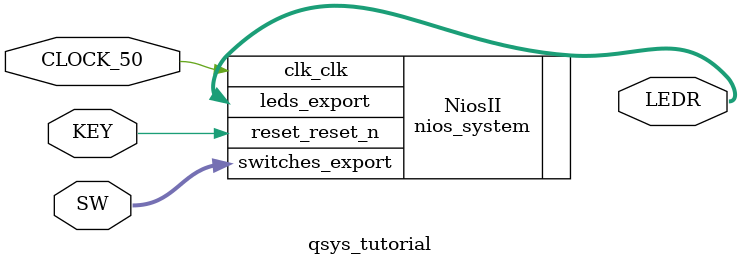
<source format=v>
module qsys_tutorial (CLOCK_50, SW, KEY, LEDR);
	input CLOCK_50;
	input [7:0] SW;
	input [0:0] KEY;
	output [7:0] LEDR;
	// Instantiate the Nios II system module generated by the Qsys tool:
	nios_system NiosII (
		.clk_clk(CLOCK_50),
		.reset_reset_n(KEY),
		.switches_export(SW),
		.leds_export(LEDR));
endmodule
</source>
